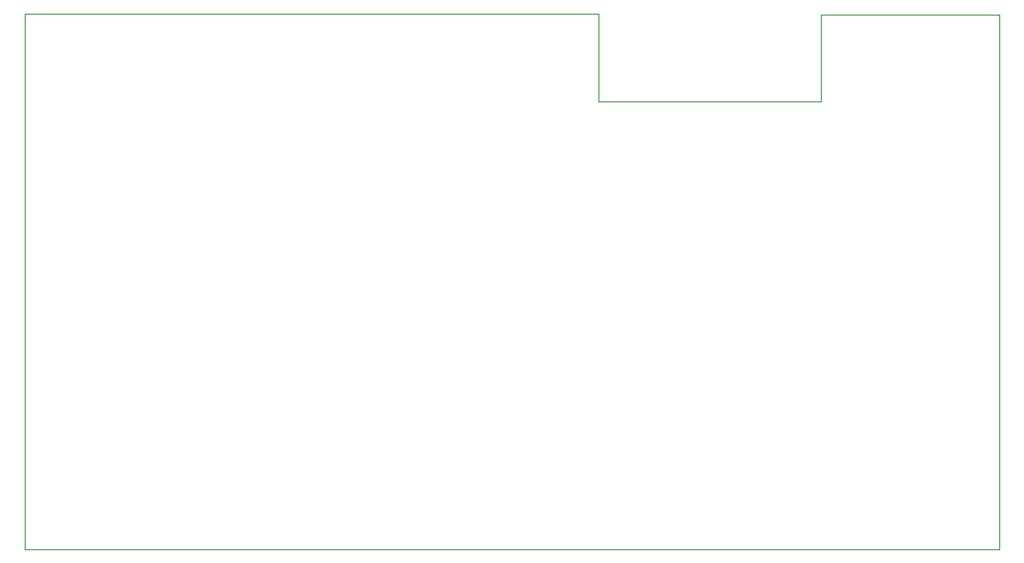
<source format=gbr>
G04 #@! TF.GenerationSoftware,KiCad,Pcbnew,(5.1.0-0)*
G04 #@! TF.CreationDate,2019-12-01T12:31:49+01:00*
G04 #@! TF.ProjectId,esp32,65737033-322e-46b6-9963-61645f706362,rev?*
G04 #@! TF.SameCoordinates,Original*
G04 #@! TF.FileFunction,Profile,NP*
%FSLAX46Y46*%
G04 Gerber Fmt 4.6, Leading zero omitted, Abs format (unit mm)*
G04 Created by KiCad (PCBNEW (5.1.0-0)) date 2019-12-01 12:31:49*
%MOMM*%
%LPD*%
G04 APERTURE LIST*
%ADD10C,0.100000*%
G04 APERTURE END LIST*
D10*
X168170000Y-62070000D02*
X151660000Y-62070000D01*
X151660000Y-70100000D02*
X151660000Y-62070000D01*
X131064000Y-70100000D02*
X151660000Y-70100000D01*
X131064000Y-62000000D02*
X131064000Y-70100000D01*
X78000000Y-62000000D02*
X131064000Y-62000000D01*
X168170000Y-111600000D02*
X78000000Y-111600000D01*
X168170000Y-62070000D02*
X168170000Y-111600000D01*
X78000000Y-111600000D02*
X78000000Y-62000000D01*
M02*

</source>
